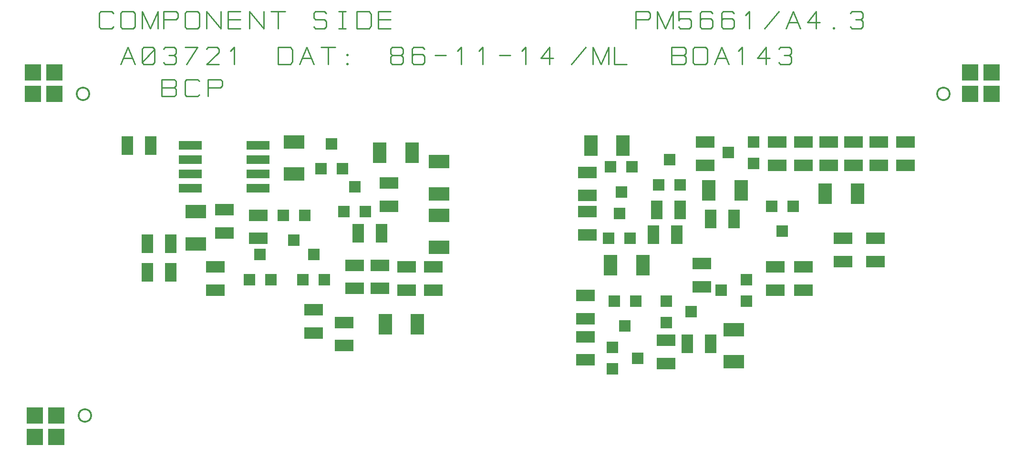
<source format=gbr>
*
%LPD*%
%LNSten1*%
%FSLAX24Y24*%
%MOIN*%
%AD*%
%ADD10C,0.010000*%
%ADD18R,0.060000X0.060000*%
%ADD33R,0.080000X0.080000*%
%ADD96R,0.118000X0.118000*%
%ADD97R,0.094000X0.094000*%
%ADD99C,0.100000X0.075000*%
D18*
X57000Y102500D3*
X57500Y103500D3*
X57500Y104500D3*
X57500Y105500D3*
X57000Y105500D3*
X58000Y105500D3*
X58000Y104500D3*
X57000Y104500D3*
X57000Y103500D3*
X57500Y102500D3*
X58000Y103500D3*
X58000Y102500D3*
X61750Y102500D3*
X62250Y102500D3*
X62250Y103500D3*
X62250Y104500D3*
X62250Y105500D3*
X61750Y104500D3*
X61750Y103500D3*
X62750Y103500D3*
X62750Y102500D3*
X62750Y104500D3*
X62750Y105500D3*
X61750Y105500D3*
D33*
X62000Y100630D3*
X62500Y100630D3*
X64000Y100620D3*
X65500Y100620D3*
X64750Y98870D3*
X66130Y97880D3*
X66880Y96130D3*
X65380Y96130D3*
X63130Y96130D3*
X61630Y96130D3*
X62380Y97880D3*
X62000Y99000D3*
X62500Y99000D3*
X60130Y99370D3*
X59630Y99370D3*
X59630Y101000D3*
X60130Y101000D3*
X59510Y97000D3*
X59510Y95370D3*
X59010Y95370D3*
X59010Y97000D3*
X56130Y96870D3*
X56130Y98370D3*
X54500Y98370D3*
X54500Y98870D3*
X56130Y98870D3*
X56130Y96370D3*
X54500Y96370D3*
X54500Y96870D3*
X54750Y105250D3*
X53120Y105250D3*
X53120Y105750D3*
X54750Y105750D3*
X67380Y105630D3*
X68130Y103880D3*
X66630Y103880D3*
X69000Y102630D3*
X71130Y102880D3*
X71130Y101250D3*
X69750Y100880D3*
X68250Y100880D3*
X69250Y99620D3*
X69250Y99120D3*
X70880Y99120D3*
X70880Y99620D3*
X71630Y101250D3*
X71630Y102880D3*
X71000Y97130D3*
X69250Y97130D3*
X68750Y97130D3*
X68750Y95500D3*
X69250Y95500D3*
X70500Y95500D3*
X70500Y97130D3*
X72370Y97010D3*
X72870Y97010D3*
X72870Y95380D3*
X72370Y95380D3*
X71000Y95500D3*
X74250Y95380D3*
X74250Y97010D3*
X74750Y97010D3*
X74750Y95380D3*
X68500Y93130D3*
X68000Y93130D3*
X68000Y91500D3*
X68500Y91500D3*
X66370Y92380D3*
X66370Y94010D3*
X65870Y94010D3*
X65870Y92380D3*
X84870Y92130D3*
X85370Y92130D3*
X85370Y90500D3*
X84870Y90500D3*
X87010Y89880D3*
X87010Y91380D3*
X87880Y92870D3*
X88630Y94620D3*
X87130Y94620D3*
X85370Y95010D3*
X84870Y95010D3*
X84870Y93380D3*
X85370Y93380D3*
X90760Y93130D3*
X90760Y94630D3*
X92510Y93880D3*
X93000Y95630D3*
X94620Y95380D3*
X93500Y95630D3*
X93500Y97260D3*
X93000Y97260D3*
X91500Y99000D3*
X89870Y99000D3*
X88250Y99010D3*
X86750Y99010D3*
X85500Y99250D3*
X85500Y100880D3*
X85000Y102000D3*
X85000Y103630D3*
X85500Y103630D3*
X86880Y104000D3*
X88380Y104000D3*
X87630Y102250D3*
X87500Y100760D3*
X85000Y100880D3*
X85500Y102000D3*
X85000Y99250D3*
X89870Y99500D3*
X91500Y99500D3*
X91750Y100750D3*
X90120Y100750D3*
X90120Y101250D3*
X90250Y102760D3*
X91750Y102760D3*
X91750Y101250D3*
X93870Y100620D3*
X93870Y100120D3*
X95500Y100120D3*
X95500Y100620D3*
X98130Y101250D3*
X99630Y101250D3*
X98880Y99500D3*
X98630Y97000D3*
X98630Y95370D3*
X98130Y95370D3*
X98130Y97000D3*
X100120Y97010D3*
X100620Y97010D3*
X100620Y95380D3*
X100120Y95380D3*
X96370Y96130D3*
X96370Y94630D3*
X93880Y91870D3*
X92250Y91870D3*
X92250Y91370D3*
X93880Y91370D3*
X91000Y91880D3*
X90500Y91880D3*
X90500Y90250D3*
X91000Y90250D3*
X88760Y90630D3*
X91000Y104510D3*
X93250Y104130D3*
X93250Y105760D3*
X93750Y105760D3*
X93750Y104130D3*
X95120Y105000D3*
X96870Y105750D3*
X96870Y104250D3*
X98260Y104120D3*
X98760Y104120D3*
X98760Y105750D3*
X98260Y105750D3*
X100120Y105760D3*
X100620Y105760D3*
X100620Y104130D3*
X100120Y104130D3*
X101870Y104130D3*
X103620Y104130D3*
X103620Y105760D3*
X104120Y105760D3*
X104120Y104130D3*
X105370Y104130D3*
X105370Y105760D3*
X105870Y105760D3*
X105870Y104130D3*
X107250Y104130D3*
X107250Y105760D3*
X107750Y105760D3*
X107750Y104130D3*
X102370Y104130D3*
X102370Y105760D3*
X101870Y105760D3*
X102880Y99000D3*
X102880Y97370D3*
X103380Y97370D3*
X103380Y99000D3*
X105130Y99000D3*
X105130Y97370D3*
X105630Y97370D3*
X105630Y99000D3*
D97*
X104130Y101880D3*
X104130Y102380D3*
X101880Y102380D3*
X101880Y101880D3*
X96000Y102130D3*
X96000Y102630D3*
X93750Y102630D3*
X93750Y102130D3*
X87750Y105250D3*
X87750Y105750D3*
X85500Y105750D3*
X85500Y105250D3*
X86880Y97380D3*
X86880Y96880D3*
X89130Y96880D3*
X89130Y97380D3*
X95250Y92630D3*
X95750Y92630D3*
X95750Y90380D3*
X95250Y90380D3*
X73380Y92750D3*
X73380Y93250D3*
X71130Y93250D3*
X71130Y92750D3*
X74630Y98380D3*
X75130Y98380D3*
X75130Y100630D3*
X75130Y102130D3*
X74630Y102130D3*
X74630Y100630D3*
X74630Y104380D3*
X75130Y104380D3*
X73000Y104750D3*
X73000Y105250D3*
X70750Y105250D3*
X70750Y104750D3*
X65000Y105750D3*
X64500Y105750D3*
X64500Y103500D3*
X65000Y103500D3*
X58130Y100880D3*
X57630Y100880D3*
X57630Y98630D3*
X58130Y98630D3*
D99*
X50000Y109130D3*
X50130Y86630D3*
X110130Y109130D3*
D96*
X112000Y109130D3*
X112000Y110630D3*
X113500Y110630D3*
X113500Y109130D3*
X48000Y109130D3*
X46500Y109130D3*
X46500Y110630D3*
X48000Y110630D3*
X48130Y86630D3*
X46630Y86630D3*
X46630Y85130D3*
X48130Y85130D3*
X52130Y113810D2*
D10*
X52000Y113690D1*
X51250Y113690D1*
X51130Y113810D1*
X51130Y114750D1*
X51250Y114880D1*
X52000Y114880D1*
X52130Y114750D1*
X53630Y113810D2*
X53500Y113690D1*
X52750Y113690D1*
X52630Y113810D1*
X52630Y114750D1*
X52750Y114880D1*
X53500Y114880D1*
X53630Y114750D1*
X53630Y113810D1*
X54130Y113690D2*
X54130Y114880D1*
X54690Y113690D1*
X55250Y114880D1*
X55250Y113690D1*
X55630Y113690D2*
X55630Y114880D1*
X56500Y114880D1*
X56630Y114750D1*
X56630Y114440D1*
X56500Y114310D1*
X55630Y114310D1*
X58130Y113810D2*
X58000Y113690D1*
X57250Y113690D1*
X57130Y113810D1*
X57130Y114750D1*
X57250Y114880D1*
X58000Y114880D1*
X58130Y114750D1*
X58130Y113810D1*
X58630Y113690D2*
X58630Y114880D1*
X59630Y113690D1*
X59630Y114880D1*
X61000Y113690D2*
X60130Y113690D1*
X60130Y114880D1*
X61000Y114880D1*
X61000Y114310D2*
X60130Y114310D1*
X61630Y113690D2*
X61630Y114880D1*
X62630Y113690D1*
X62630Y114880D1*
X63130Y114880D2*
X64130Y114880D1*
X63630Y114880D2*
X63630Y113690D1*
X66130Y113810D2*
X66250Y113690D1*
X66880Y113690D1*
X67000Y113810D1*
X67000Y114190D1*
X66880Y114310D1*
X66250Y114310D1*
X66130Y114440D1*
X66130Y114750D1*
X66250Y114880D1*
X66880Y114880D1*
X67000Y114750D1*
X68130Y113690D2*
X68130Y114880D1*
X67880Y113690D2*
X68380Y113690D1*
X67880Y114880D2*
X68380Y114880D1*
X69130Y113690D2*
X69130Y114880D1*
X70000Y114880D1*
X70130Y114690D1*
X70130Y113880D1*
X70000Y113690D1*
X69130Y113690D1*
X71500Y113690D2*
X70630Y113690D1*
X70630Y114880D1*
X71500Y114880D1*
X71500Y114310D2*
X70630Y114310D1*
X63630Y111190D2*
X63630Y112380D1*
X64500Y112380D1*
X64630Y112190D1*
X64630Y111380D1*
X64500Y111190D1*
X63630Y111190D1*
X65130Y111190D2*
X65630Y112380D1*
X66130Y111190D1*
X65310Y111630D2*
X65940Y111630D1*
X66630Y112380D2*
X67630Y112380D1*
X67130Y112380D2*
X67130Y111190D1*
X68500Y111190D2*
X68440Y111190D1*
X68440Y111250D1*
X68500Y111250D1*
X68500Y111190D1*
X68500Y111810D2*
X68440Y111810D1*
X68440Y111880D1*
X68500Y111880D1*
X68500Y111810D1*
X84130Y111190D2*
X85130Y112380D1*
X85630Y111190D2*
X85630Y112380D1*
X86190Y111190D1*
X86750Y112380D1*
X86750Y111190D1*
X88000Y111190D2*
X87130Y111190D1*
X87130Y112380D1*
X91130Y111190D2*
X91130Y112380D1*
X92000Y112380D1*
X92130Y112250D1*
X92130Y111940D1*
X92000Y111810D1*
X91130Y111810D2*
X92000Y111810D1*
X92130Y111690D1*
X92130Y111310D1*
X92000Y111190D1*
X91130Y111190D1*
X93630Y111310D2*
X93500Y111190D1*
X92750Y111190D1*
X92630Y111310D1*
X92630Y112250D1*
X92750Y112380D1*
X93500Y112380D1*
X93630Y112250D1*
X93630Y111310D1*
X94130Y111190D2*
X94630Y112380D1*
X95130Y111190D1*
X94310Y111630D2*
X94940Y111630D1*
X96060Y111190D2*
X96060Y112380D1*
X95810Y112130D1*
X97750Y111190D2*
X97750Y112380D1*
X97130Y111630D1*
X98000Y111630D1*
X98630Y112250D2*
X98750Y112380D1*
X99380Y112380D1*
X99500Y112250D1*
X99500Y111940D1*
X99380Y111810D1*
X99000Y111810D1*
X99380Y111810D1*
X99500Y111690D1*
X99500Y111310D1*
X99380Y111190D1*
X98750Y111190D1*
X98630Y111310D1*
X52630Y111190D2*
X53130Y112380D1*
X53630Y111190D1*
X52810Y111630D2*
X53440Y111630D1*
X55500Y108940D2*
X55500Y110130D1*
X56370Y110130D1*
X56500Y110000D1*
X56500Y109690D1*
X56370Y109560D1*
X55500Y109560D2*
X56370Y109560D1*
X56500Y109440D1*
X56500Y109060D1*
X56370Y108940D1*
X55500Y108940D1*
X58130Y109060D2*
X58000Y108940D1*
X57250Y108940D1*
X57130Y109060D1*
X57130Y110000D1*
X57250Y110130D1*
X58000Y110130D1*
X58130Y110000D1*
X58750Y108940D2*
X58750Y110130D1*
X59620Y110130D1*
X59750Y110000D1*
X59750Y109690D1*
X59620Y109560D1*
X58750Y109560D1*
X55000Y111310D2*
X54880Y111190D1*
X54250Y111190D1*
X54130Y111310D1*
X54130Y112250D1*
X54250Y112380D1*
X54880Y112380D1*
X55000Y112250D1*
X55000Y111310D1*
X54130Y111310D2*
X55000Y112250D1*
X55630Y112250D2*
X55750Y112380D1*
X56380Y112380D1*
X56500Y112250D1*
X56500Y111940D1*
X56380Y111810D1*
X56000Y111810D1*
X56380Y111810D1*
X56500Y111690D1*
X56500Y111310D1*
X56380Y111190D1*
X55750Y111190D1*
X55630Y111310D1*
X57130Y112380D2*
X58000Y112380D1*
X57250Y111190D1*
X58630Y112250D2*
X58750Y112380D1*
X59380Y112380D1*
X59500Y112250D1*
X59500Y112000D1*
X59380Y111880D1*
X58630Y111190D1*
X59500Y111190D1*
X60560Y111190D2*
X60560Y112380D1*
X60310Y112130D1*
X88630Y113690D2*
X88630Y114880D1*
X89500Y114880D1*
X89630Y114750D1*
X89630Y114440D1*
X89500Y114310D1*
X88630Y114310D1*
X90130Y113690D2*
X90130Y114880D1*
X90690Y113690D1*
X91250Y114880D1*
X91250Y113690D1*
X91630Y113810D2*
X91750Y113690D1*
X92380Y113690D1*
X92500Y113810D1*
X92500Y114250D1*
X92380Y114380D1*
X91750Y114380D1*
X91630Y114250D1*
X91630Y114880D1*
X92500Y114880D1*
X93130Y114250D2*
X93250Y114380D1*
X93880Y114380D1*
X94000Y114250D1*
X94000Y113810D1*
X93880Y113690D1*
X93250Y113690D1*
X93130Y113810D1*
X93130Y114750D1*
X93250Y114880D1*
X93880Y114880D1*
X94000Y114750D1*
X94630Y114250D2*
X94750Y114380D1*
X95380Y114380D1*
X95500Y114250D1*
X95500Y113810D1*
X95380Y113690D1*
X94750Y113690D1*
X94630Y113810D1*
X94630Y114750D1*
X94750Y114880D1*
X95380Y114880D1*
X95500Y114750D1*
X96560Y113690D2*
X96560Y114880D1*
X96310Y114630D1*
X97630Y113690D2*
X98630Y114880D1*
X99130Y113690D2*
X99630Y114880D1*
X100130Y113690D1*
X99310Y114130D2*
X99940Y114130D1*
X101250Y113690D2*
X101250Y114880D1*
X100630Y114130D1*
X101500Y114130D1*
X102500Y113690D2*
X102440Y113690D1*
X102440Y113750D1*
X102500Y113750D1*
X102500Y113690D1*
X103630Y114750D2*
X103750Y114880D1*
X104380Y114880D1*
X104500Y114750D1*
X104500Y114440D1*
X104380Y114310D1*
X104000Y114310D1*
X104380Y114310D1*
X104500Y114190D1*
X104500Y113810D1*
X104380Y113690D1*
X103750Y113690D1*
X103630Y113810D1*
X71500Y111310D2*
X71500Y111690D1*
X71620Y111810D1*
X72250Y111810D1*
X72370Y111940D1*
X72370Y112250D1*
X72250Y112380D1*
X71620Y112380D1*
X71500Y112250D1*
X71500Y111940D1*
X71620Y111810D1*
X72250Y111810D1*
X72370Y111690D1*
X72370Y111310D1*
X72250Y111190D1*
X71620Y111190D1*
X71500Y111310D1*
X73000Y111750D2*
X73120Y111880D1*
X73750Y111880D1*
X73870Y111750D1*
X73870Y111310D1*
X73750Y111190D1*
X73120Y111190D1*
X73000Y111310D1*
X73000Y112250D1*
X73120Y112380D1*
X73750Y112380D1*
X73870Y112250D1*
X74620Y111810D2*
X75370Y111810D1*
X76430Y111190D2*
X76430Y112380D1*
X76180Y112130D1*
X77930Y111190D2*
X77930Y112380D1*
X77680Y112130D1*
X79120Y111810D2*
X79870Y111810D1*
X80930Y111190D2*
X80930Y112380D1*
X80680Y112130D1*
X82620Y111190D2*
X82620Y112380D1*
X82000Y111630D1*
X82870Y111630D1*
M2*

</source>
